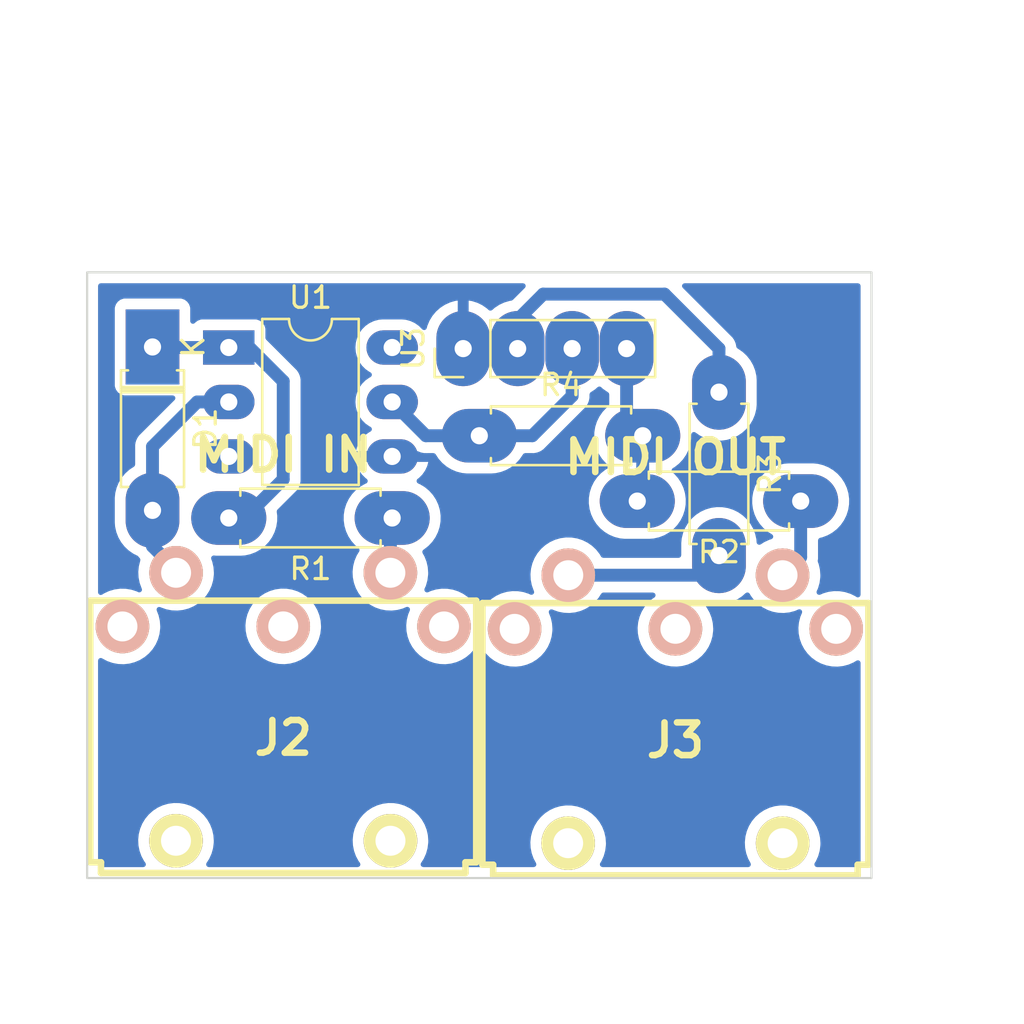
<source format=kicad_pcb>
(kicad_pcb (version 20211014) (generator pcbnew)
  (layers (0 "F.Cu" signal) (31 "B.Cu" signal) (34 "B.Paste" user) (35 "F.Paste" user) (36 "B.SilkS" user "B.Silkscreen") (37 "F.SilkS" user "F.Silkscreen") (38 "B.Mask" user) (39 "F.Mask" user) (44 "Edge.Cuts" user))
  (net 0 "")
  (net 4 "Net-(D1-Pad2)")
  (net 8 "Net-(J3-Pad4)")
  (net 9 "Net-(J3-Pad5)")
  (net 10 "Net-(D1-Pad1)")
  (net 11 "+3V3")
  (net 12 "/TX")
  (net 13 "/RX")
  (net 14 "GND")
  (net 15 "Net-(J2-Pad4)")
  (footprint "Resistor_THT:R_Axial_DIN0207_L6.3mm_D2.5mm_P7.62mm_Horizontal" (layer "F.Cu") (at 106.426 80.264 180)
    (fp_text reference "R2" (at 3.81 -2.37) (layer "F.SilkS"))
    (fp_text value "1k")
    (fp_line (start 0.54 1.37) (end 7.08 1.37) (layer "F.SilkS") (width 0.12))
    (fp_line (start 0.54 -1.04) (end 0.54 -1.37) (layer "F.SilkS") (width 0.12))
    (fp_line (start 7.08 1.37) (end 7.08 1.04) (layer "F.SilkS") (width 0.12))
    (fp_line (start 0.54 1.04) (end 0.54 1.37) (layer "F.SilkS") (width 0.12))
    (fp_line (start 0.54 -1.37) (end 7.08 -1.37) (layer "F.SilkS") (width 0.12))
    (fp_line (start 7.08 -1.37) (end 7.08 -1.04) (layer "F.SilkS") (width 0.12))
    (pad "1" thru_hole oval (at 0 0 180) (size 3.5 2.5) (drill 0.8) (layers *.Cu *.Mask) (net 8 "Net-(J3-Pad4)"))
    (pad "2" thru_hole oval (at 7.62 0 180) (size 3.5 2.5) (drill 0.8) (layers *.Cu *.Mask) (net 11 "+3V3"))
  )
  (footprint "Connector_PinHeader_2.54mm:PinHeader_1x04_P2.54mm_Vertical" (layer "F.Cu") (at 90.688 73.152 90)
    (fp_text reference "U3" (at 0 -2.33 90) (layer "F.SilkS"))
    (fp_text value "TTL")
    (fp_line (start -1.33 0) (end -1.33 -1.33) (layer "F.SilkS") (width 0.12))
    (fp_line (start -1.33 -1.33) (end 0 -1.33) (layer "F.SilkS") (width 0.12))
    (fp_line (start -1.33 8.95) (end 1.33 8.95) (layer "F.SilkS") (width 0.12))
    (fp_line (start 1.33 1.27) (end 1.33 8.95) (layer "F.SilkS") (width 0.12))
    (fp_line (start -1.33 1.27) (end -1.33 8.95) (layer "F.SilkS") (width 0.12))
    (fp_line (start -1.33 1.27) (end 1.33 1.27) (layer "F.SilkS") (width 0.12))
    (pad "1" thru_hole oval (at 0 0 90) (size 3.5 2.5) (drill 0.8) (layers *.Cu *.Mask) (net 14 "GND"))
    (pad "2" thru_hole oval (at 0 2.54 90) (size 3.5 2.5) (drill 0.8) (layers *.Cu *.Mask) (net 12 "/TX"))
    (pad "3" thru_hole oval (at 0 5.08 90) (size 3.5 2.5) (drill 0.8) (layers *.Cu *.Mask) (net 13 "/RX"))
    (pad "4" thru_hole oval (at 0 7.62 90) (size 3.5 2.5) (drill 0.8) (layers *.Cu *.Mask) (net 11 "+3V3"))
  )
  (footprint "Package_DIP:DIP-6_W7.62mm_LongPads" (layer "F.Cu") (at 79.756 73.1012)
    (fp_text reference "U1" (at 3.81 -2.33) (layer "F.SilkS"))
    (fp_text value "4N35")
    (fp_line (start 1.56 -1.33) (end 1.56 6.41) (layer "F.SilkS") (width 0.12))
    (fp_line (start 1.56 6.41) (end 6.06 6.41) (layer "F.SilkS") (width 0.12))
    (fp_line (start 6.06 -1.33) (end 4.81 -1.33) (layer "F.SilkS") (width 0.12))
    (fp_line (start 6.06 6.41) (end 6.06 -1.33) (layer "F.SilkS") (width 0.12))
    (fp_line (start 2.81 -1.33) (end 1.56 -1.33) (layer "F.SilkS") (width 0.12))
    (fp_arc (start 4.81 -1.33) (mid 3.81 -0.33) (end 2.81 -1.33) (layer "F.SilkS") (width 0.12))
    (pad "1" thru_hole rect (at 0 0) (size 2.4 1.6) (drill 0.8) (layers *.Cu *.Mask) (net 10 "Net-(D1-Pad1)"))
    (pad "2" thru_hole oval (at 0 2.54) (size 2.4 1.6) (drill 0.8) (layers *.Cu *.Mask) (net 4 "Net-(D1-Pad2)"))
    (pad "3" thru_hole oval (at 0 5.08) (size 2.4 1.6) (drill 0.8) (layers *.Cu *.Mask))
    (pad "4" thru_hole oval (at 7.62 5.08) (size 2.4 1.6) (drill 0.8) (layers *.Cu *.Mask) (net 14 "GND"))
    (pad "5" thru_hole oval (at 7.62 2.54) (size 2.4 1.6) (drill 0.8) (layers *.Cu *.Mask) (net 13 "/RX"))
    (pad "6" thru_hole oval (at 7.62 0) (size 2.4 1.6) (drill 0.8) (layers *.Cu *.Mask))
  )
  (footprint "midi:midi" (layer "F.Cu") (at 82.296 89.10574)
    (fp_text reference "J2" (at 0 2.2) (layer "F.SilkS") (effects (font (size 1.524 1.524) (thickness 0.3048))))
    (fp_text value "MIDI IN" (at 0 -11.00074) (layer "F.SilkS") (effects (font (size 1.524 1.524) (thickness 0.3048))))
    (fp_line (start -8.99922 8.001) (end -8.49884 8.001) (layer "F.SilkS") (width 0.3048))
    (fp_line (start -9 -4.2) (end -8.99922 8.001) (layer "F.SilkS") (width 0.3048))
    (fp_line (start 8.99922 8.001) (end 8.49884 8.001) (layer "F.SilkS") (width 0.3048))
    (fp_line (start 9 -4.2) (end 8.99922 8.001) (layer "F.SilkS") (width 0.3048))
    (fp_line (start -8.49884 8.001) (end -8.49884 8.49884) (layer "F.SilkS") (width 0.3048))
    (fp_line (start 8.49884 8.49884) (end -8.49884 8.49884) (layer "F.SilkS") (width 0.3048))
    (fp_line (start 8.49884 8.49884) (end 8.49884 8.001) (layer "F.SilkS") (width 0.3048))
    (fp_line (start -9 -4.2) (end 9 -4.2) (layer "F.SilkS") (width 0.3048))
    (pad "" np_thru_hole circle (at 5.00126 6.9977) (size 2.49936 2.49936) (drill 1.397) (layers *.Cu *.Mask "F.SilkS"))
    (pad "" np_thru_hole circle (at -5.00126 6.9977) (size 2.49936 2.49936) (drill 1.397) (layers *.Cu *.Mask "F.SilkS"))
    (pad "1" thru_hole circle (at 7.49808 -2.9972) (size 2.49936 2.49936) (drill 1.397) (layers *.Cu *.SilkS *.Mask))
    (pad "2" thru_hole circle (at 0 -2.99974) (size 2.49936 2.49936) (drill 1.397) (layers *.Cu *.SilkS *.Mask))
    (pad "3" thru_hole circle (at -7.49808 -2.9972) (size 2.49936 2.49936) (drill 1.397) (layers *.Cu *.SilkS *.Mask))
    (pad "4" thru_hole circle (at 4.99618 -5.4991) (size 2.49936 2.49936) (drill 1.397) (layers *.Cu *.SilkS *.Mask) (net 15 "Net-(J2-Pad4)"))
    (pad "5" thru_hole circle (at -4.99618 -5.4991) (size 2.49936 2.49936) (drill 1.397) (layers *.Cu *.SilkS *.Mask) (net 4 "Net-(D1-Pad2)"))
  )
  (footprint "midi:midi" (layer "F.Cu") (at 100.584 89.21877)
    (fp_text reference "J3" (at 0 2.2) (layer "F.SilkS") (effects (font (size 1.524 1.524) (thickness 0.3048))))
    (fp_text value "MIDI OUT" (at 0 -11.00074) (layer "F.SilkS") (effects (font (size 1.524 1.524) (thickness 0.3048))))
    (fp_line (start -9 -4.2) (end 9 -4.2) (layer "F.SilkS") (width 0.3048))
    (fp_line (start 8.49884 8.49884) (end -8.49884 8.49884) (layer "F.SilkS") (width 0.3048))
    (fp_line (start -8.49884 8.001) (end -8.49884 8.49884) (layer "F.SilkS") (width 0.3048))
    (fp_line (start -8.99922 8.001) (end -8.49884 8.001) (layer "F.SilkS") (width 0.3048))
    (fp_line (start 8.49884 8.49884) (end 8.49884 8.001) (layer "F.SilkS") (width 0.3048))
    (fp_line (start 9 -4.2) (end 8.99922 8.001) (layer "F.SilkS") (width 0.3048))
    (fp_line (start -9 -4.2) (end -8.99922 8.001) (layer "F.SilkS") (width 0.3048))
    (fp_line (start 8.99922 8.001) (end 8.49884 8.001) (layer "F.SilkS") (width 0.3048))
    (pad "" np_thru_hole circle (at -5.00126 6.9977) (size 2.49936 2.49936) (drill 1.397) (layers *.Cu *.Mask "F.SilkS"))
    (pad "" np_thru_hole circle (at 5.00126 6.9977) (size 2.49936 2.49936) (drill 1.397) (layers *.Cu *.Mask "F.SilkS"))
    (pad "1" thru_hole circle (at 7.49808 -2.9972) (size 2.49936 2.49936) (drill 1.397) (layers *.Cu *.SilkS *.Mask))
    (pad "2" thru_hole circle (at 0 -2.99974) (size 2.49936 2.49936) (drill 1.397) (layers *.Cu *.SilkS *.Mask))
    (pad "3" thru_hole circle (at -7.49808 -2.9972) (size 2.49936 2.49936) (drill 1.397) (layers *.Cu *.SilkS *.Mask))
    (pad "4" thru_hole circle (at 4.99618 -5.4991) (size 2.49936 2.49936) (drill 1.397) (layers *.Cu *.SilkS *.Mask) (net 8 "Net-(J3-Pad4)"))
    (pad "5" thru_hole circle (at -4.99618 -5.4991) (size 2.49936 2.49936) (drill 1.397) (layers *.Cu *.SilkS *.Mask) (net 9 "Net-(J3-Pad5)"))
  )
  (footprint "Resistor_THT:R_Axial_DIN0207_L6.3mm_D2.5mm_P7.62mm_Horizontal" (layer "F.Cu") (at 91.44 77.216)
    (fp_text reference "R4" (at 3.81 -2.37) (layer "F.SilkS"))
    (fp_text value "1k")
    (fp_line (start 7.08 1.37) (end 7.08 1.04) (layer "F.SilkS") (width 0.12))
    (fp_line (start 0.54 1.04) (end 0.54 1.37) (layer "F.SilkS") (width 0.12))
    (fp_line (start 0.54 -1.04) (end 0.54 -1.37) (layer "F.SilkS") (width 0.12))
    (fp_line (start 0.54 -1.37) (end 7.08 -1.37) (layer "F.SilkS") (width 0.12))
    (fp_line (start 7.08 -1.37) (end 7.08 -1.04) (layer "F.SilkS") (width 0.12))
    (fp_line (start 0.54 1.37) (end 7.08 1.37) (layer "F.SilkS") (width 0.12))
    (pad "1" thru_hole oval (at 0 0) (size 3.5 2.5) (drill 0.8) (layers *.Cu *.Mask) (net 13 "/RX"))
    (pad "2" thru_hole oval (at 7.62 0) (size 3.5 2.5) (drill 0.8) (layers *.Cu *.Mask) (net 11 "+3V3"))
  )
  (footprint "Resistor_THT:R_Axial_DIN0207_L6.3mm_D2.5mm_P7.62mm_Horizontal" (layer "F.Cu") (at 87.376 81.0514 180)
    (fp_text reference "R1" (at 3.81 -2.37) (layer "F.SilkS"))
    (fp_text value "220")
    (fp_line (start 0.54 1.04) (end 0.54 1.37) (layer "F.SilkS") (width 0.12))
    (fp_line (start 7.08 1.37) (end 7.08 1.04) (layer "F.SilkS") (width 0.12))
    (fp_line (start 0.54 -1.37) (end 7.08 -1.37) (layer "F.SilkS") (width 0.12))
    (fp_line (start 7.08 -1.37) (end 7.08 -1.04) (layer "F.SilkS") (width 0.12))
    (fp_line (start 0.54 -1.04) (end 0.54 -1.37) (layer "F.SilkS") (width 0.12))
    (fp_line (start 0.54 1.37) (end 7.08 1.37) (layer "F.SilkS") (width 0.12))
    (pad "1" thru_hole oval (at 0 0 180) (size 3.5 2.5) (drill 0.8) (layers *.Cu *.Mask) (net 15 "Net-(J2-Pad4)"))
    (pad "2" thru_hole oval (at 7.62 0 180) (size 3.5 2.5) (drill 0.8) (layers *.Cu *.Mask) (net 10 "Net-(D1-Pad1)"))
  )
  (footprint "Resistor_THT:R_Axial_DIN0207_L6.3mm_D2.5mm_P7.62mm_Horizontal" (layer "F.Cu") (at 102.616 75.184 -90)
    (fp_text reference "R3" (at 3.81 -2.37 90) (layer "F.SilkS"))
    (fp_text value "220")
    (fp_line (start 0.54 -1.04) (end 0.54 -1.37) (layer "F.SilkS") (width 0.12))
    (fp_line (start 0.54 -1.37) (end 7.08 -1.37) (layer "F.SilkS") (width 0.12))
    (fp_line (start 7.08 -1.37) (end 7.08 -1.04) (layer "F.SilkS") (width 0.12))
    (fp_line (start 0.54 1.37) (end 7.08 1.37) (layer "F.SilkS") (width 0.12))
    (fp_line (start 0.54 1.04) (end 0.54 1.37) (layer "F.SilkS") (width 0.12))
    (fp_line (start 7.08 1.37) (end 7.08 1.04) (layer "F.SilkS") (width 0.12))
    (pad "1" thru_hole oval (at 0 0 270) (size 3.5 2.5) (drill 0.8) (layers *.Cu *.Mask) (net 12 "/TX"))
    (pad "2" thru_hole oval (at 7.62 0 270) (size 3.5 2.5) (drill 0.8) (layers *.Cu *.Mask) (net 9 "Net-(J3-Pad5)"))
  )
  (footprint "Diode_THT:D_A-405_P7.62mm_Horizontal" (layer "F.Cu") (at 76.2 73.0758 -90)
    (fp_text reference "D1" (at 3.81 -2.47 90) (layer "F.SilkS"))
    (fp_text value "1N1418")
    (fp_text user "K" (at 0 -1.9 90) (layer "F.SilkS"))
    (fp_line (start 1.99 -1.47) (end 1.99 1.47) (layer "F.SilkS") (width 0.12))
    (fp_line (start 6.53 1.47) (end 6.53 1.14) (layer "F.SilkS") (width 0.12))
    (fp_line (start 2.11 -1.47) (end 2.11 1.47) (layer "F.SilkS") (width 0.12))
    (fp_line (start 1.09 1.14) (end 1.09 1.47) (layer "F.SilkS") (width 0.12))
    (fp_line (start 1.87 -1.47) (end 1.87 1.47) (layer "F.SilkS") (width 0.12))
    (fp_line (start 1.09 -1.47) (end 6.53 -1.47) (layer "F.SilkS") (width 0.12))
    (fp_line (start 6.53 -1.47) (end 6.53 -1.14) (layer "F.SilkS") (width 0.12))
    (fp_line (start 1.09 -1.14) (end 1.09 -1.47) (layer "F.SilkS") (width 0.12))
    (fp_line (start 1.09 1.47) (end 6.53 1.47) (layer "F.SilkS") (width 0.12))
    (pad "1" thru_hole rect (at 0 0 270) (size 3.5 2.5) (drill 0.8) (layers *.Cu *.Mask) (net 10 "Net-(D1-Pad1)"))
    (pad "2" thru_hole oval (at 7.62 0 270) (size 3.5 2.5) (drill 0.8) (layers *.Cu *.Mask) (net 4 "Net-(D1-Pad2)"))
  )
  (gr_rect (start 109.728 97.8408) (end 73.152 69.596) (layer "Edge.Cuts") (width 0.1) (fill none))
  (segment (start 78.2828 75.6412) (end 79.756 75.6412) (width 0.6) (layer "B.Cu") (net 4))
  (segment (start 76.2 80.6958) (end 76.2 77.724) (width 0.6) (layer "B.Cu") (net 4))
  (segment (start 76.2 82.3722) (end 76.2 80.6958) (width 0.6) (layer "B.Cu") (net 4))
  (segment (start 76.2 77.724) (end 78.2828 75.6412) (width 0.6) (layer "B.Cu") (net 4))
  (segment (start 77.29982 83.47202) (end 76.2 82.3722) (width 0.6) (layer "B.Cu") (net 4))
  (segment (start 77.29982 83.60664) (end 77.29982 83.47202) (width 0.6) (layer "B.Cu") (net 4))
  (segment (start 106.426 82.87385) (end 105.58018 83.71967) (width 0.6) (layer "B.Cu") (net 8))
  (segment (start 106.426 80.264) (end 106.426 82.87385) (width 0.6) (layer "B.Cu") (net 8))
  (segment (start 95.58782 83.71967) (end 101.70033 83.71967) (width 0.6) (layer "B.Cu") (net 9))
  (segment (start 101.70033 83.71967) (end 102.616 82.804) (width 0.6) (layer "B.Cu") (net 9))
  (segment (start 82.296 79.248) (end 80.4926 81.0514) (width 0.6) (layer "B.Cu") (net 10))
  (segment (start 79.756 73.1012) (end 76.2254 73.1012) (width 0.6) (layer "B.Cu") (net 10))
  (segment (start 80.7212 73.1012) (end 82.296 74.676) (width 0.6) (layer "B.Cu") (net 10))
  (segment (start 82.296 74.676) (end 82.296 79.248) (width 0.6) (layer "B.Cu") (net 10))
  (segment (start 79.756 73.1012) (end 80.7212 73.1012) (width 0.6) (layer "B.Cu") (net 10))
  (segment (start 80.4926 81.0514) (end 79.756 81.0514) (width 0.6) (layer "B.Cu") (net 10))
  (segment (start 76.2254 73.1012) (end 76.2 73.0758) (width 0.6) (layer "B.Cu") (net 10))
  (segment (start 99.06 77.216) (end 98.308 76.464) (width 0.6) (layer "B.Cu") (net 11))
  (segment (start 99.06 77.216) (end 99.06 80.01) (width 0.6) (layer "B.Cu") (net 11))
  (segment (start 98.308 76.464) (end 98.308 73.152) (width 0.6) (layer "B.Cu") (net 11))
  (segment (start 99.06 80.01) (end 98.806 80.264) (width 0.6) (layer "B.Cu") (net 11))
  (segment (start 100.076 70.612) (end 94.418 70.612) (width 0.6) (layer "B.Cu") (net 12))
  (segment (start 102.616 75.184) (end 102.616 73.152) (width 0.6) (layer "B.Cu") (net 12))
  (segment (start 94.418 70.612) (end 93.228 71.802) (width 0.6) (layer "B.Cu") (net 12))
  (segment (start 93.228 71.802) (end 93.228 73.152) (width 0.6) (layer "B.Cu") (net 12))
  (segment (start 102.616 73.152) (end 100.076 70.612) (width 0.6) (layer "B.Cu") (net 12))
  (segment (start 88.9508 77.216) (end 87.376 75.6412) (width 0.6) (layer "B.Cu") (net 13))
  (segment (start 91.44 77.216) (end 93.911705 77.216) (width 0.6) (layer "B.Cu") (net 13))
  (segment (start 93.911705 77.216) (end 95.768 75.359705) (width 0.6) (layer "B.Cu") (net 13))
  (segment (start 95.768 75.359705) (end 95.768 73.152) (width 0.6) (layer "B.Cu") (net 13))
  (segment (start 91.44 77.216) (end 88.9508 77.216) (width 0.6) (layer "B.Cu") (net 13))
  (segment (start 87.376 81.0514) (end 87.29218 81.13522) (width 0.6) (layer "B.Cu") (net 15))
  (segment (start 87.29218 81.13522) (end 87.29218 83.60664) (width 0.6) (layer "B.Cu") (net 15))
  (zone (net 14) (net_name "GND") (layer "B.Cu") (connect_pads (clearance 0.508)) (min_thickness 0.254) (fill yes (thermal_gap 0.508) (thermal_bridge_width 0.508))
    (polygon (pts (xy 116.84 104.648) (xy 69.088 104.648) (xy 69.088 56.896) (xy 116.84 56.896)))
  )
)
</source>
